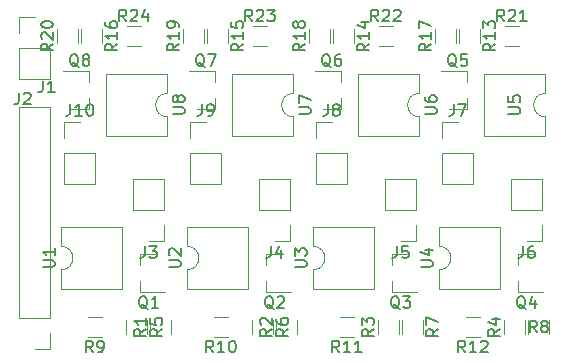
<source format=gbr>
G04 #@! TF.FileFunction,Legend,Top*
%FSLAX46Y46*%
G04 Gerber Fmt 4.6, Leading zero omitted, Abs format (unit mm)*
G04 Created by KiCad (PCBNEW 4.0.7) date 10/27/18 14:09:12*
%MOMM*%
%LPD*%
G01*
G04 APERTURE LIST*
%ADD10C,0.100000*%
%ADD11C,0.120000*%
%ADD12C,0.150000*%
G04 APERTURE END LIST*
D10*
D11*
X122622000Y-120202000D02*
X125282000Y-120202000D01*
X122622000Y-117602000D02*
X122622000Y-120202000D01*
X125282000Y-117602000D02*
X125282000Y-120202000D01*
X122622000Y-117602000D02*
X125282000Y-117602000D01*
X122622000Y-116332000D02*
X122622000Y-115002000D01*
X122622000Y-115002000D02*
X123952000Y-115002000D01*
X125282000Y-122622000D02*
X122622000Y-122622000D01*
X125282000Y-140462000D02*
X125282000Y-122622000D01*
X122622000Y-140462000D02*
X122622000Y-122622000D01*
X125282000Y-140462000D02*
X122622000Y-140462000D01*
X125282000Y-141732000D02*
X125282000Y-143062000D01*
X125282000Y-143062000D02*
X123952000Y-143062000D01*
X134934000Y-128718000D02*
X132274000Y-128718000D01*
X134934000Y-131318000D02*
X134934000Y-128718000D01*
X132274000Y-131318000D02*
X132274000Y-128718000D01*
X134934000Y-131318000D02*
X132274000Y-131318000D01*
X134934000Y-132588000D02*
X134934000Y-133918000D01*
X134934000Y-133918000D02*
X133604000Y-133918000D01*
X145602000Y-128718000D02*
X142942000Y-128718000D01*
X145602000Y-131318000D02*
X145602000Y-128718000D01*
X142942000Y-131318000D02*
X142942000Y-128718000D01*
X145602000Y-131318000D02*
X142942000Y-131318000D01*
X145602000Y-132588000D02*
X145602000Y-133918000D01*
X145602000Y-133918000D02*
X144272000Y-133918000D01*
X156270000Y-128718000D02*
X153610000Y-128718000D01*
X156270000Y-131318000D02*
X156270000Y-128718000D01*
X153610000Y-131318000D02*
X153610000Y-128718000D01*
X156270000Y-131318000D02*
X153610000Y-131318000D01*
X156270000Y-132588000D02*
X156270000Y-133918000D01*
X156270000Y-133918000D02*
X154940000Y-133918000D01*
X166938000Y-128718000D02*
X164278000Y-128718000D01*
X166938000Y-131318000D02*
X166938000Y-128718000D01*
X164278000Y-131318000D02*
X164278000Y-128718000D01*
X166938000Y-131318000D02*
X164278000Y-131318000D01*
X166938000Y-132588000D02*
X166938000Y-133918000D01*
X166938000Y-133918000D02*
X165608000Y-133918000D01*
X158436000Y-129092000D02*
X161096000Y-129092000D01*
X158436000Y-126492000D02*
X158436000Y-129092000D01*
X161096000Y-126492000D02*
X161096000Y-129092000D01*
X158436000Y-126492000D02*
X161096000Y-126492000D01*
X158436000Y-125222000D02*
X158436000Y-123892000D01*
X158436000Y-123892000D02*
X159766000Y-123892000D01*
X147768000Y-129092000D02*
X150428000Y-129092000D01*
X147768000Y-126492000D02*
X147768000Y-129092000D01*
X150428000Y-126492000D02*
X150428000Y-129092000D01*
X147768000Y-126492000D02*
X150428000Y-126492000D01*
X147768000Y-125222000D02*
X147768000Y-123892000D01*
X147768000Y-123892000D02*
X149098000Y-123892000D01*
X137100000Y-129092000D02*
X139760000Y-129092000D01*
X137100000Y-126492000D02*
X137100000Y-129092000D01*
X139760000Y-126492000D02*
X139760000Y-129092000D01*
X137100000Y-126492000D02*
X139760000Y-126492000D01*
X137100000Y-125222000D02*
X137100000Y-123892000D01*
X137100000Y-123892000D02*
X138430000Y-123892000D01*
X126432000Y-129092000D02*
X129092000Y-129092000D01*
X126432000Y-126492000D02*
X126432000Y-129092000D01*
X129092000Y-126492000D02*
X129092000Y-129092000D01*
X126432000Y-126492000D02*
X129092000Y-126492000D01*
X126432000Y-125222000D02*
X126432000Y-123892000D01*
X126432000Y-123892000D02*
X127762000Y-123892000D01*
X132844000Y-135072000D02*
X132844000Y-136002000D01*
X132844000Y-138232000D02*
X132844000Y-137302000D01*
X132844000Y-138232000D02*
X135004000Y-138232000D01*
X132844000Y-135072000D02*
X134304000Y-135072000D01*
X143512000Y-135072000D02*
X143512000Y-136002000D01*
X143512000Y-138232000D02*
X143512000Y-137302000D01*
X143512000Y-138232000D02*
X145672000Y-138232000D01*
X143512000Y-135072000D02*
X144972000Y-135072000D01*
X154180000Y-135072000D02*
X154180000Y-136002000D01*
X154180000Y-138232000D02*
X154180000Y-137302000D01*
X154180000Y-138232000D02*
X156340000Y-138232000D01*
X154180000Y-135072000D02*
X155640000Y-135072000D01*
X164848000Y-135072000D02*
X164848000Y-136002000D01*
X164848000Y-138232000D02*
X164848000Y-137302000D01*
X164848000Y-138232000D02*
X167008000Y-138232000D01*
X164848000Y-135072000D02*
X166308000Y-135072000D01*
X160526000Y-122738000D02*
X160526000Y-121808000D01*
X160526000Y-119578000D02*
X160526000Y-120508000D01*
X160526000Y-119578000D02*
X158366000Y-119578000D01*
X160526000Y-122738000D02*
X159066000Y-122738000D01*
X149858000Y-122738000D02*
X149858000Y-121808000D01*
X149858000Y-119578000D02*
X149858000Y-120508000D01*
X149858000Y-119578000D02*
X147698000Y-119578000D01*
X149858000Y-122738000D02*
X148398000Y-122738000D01*
X139190000Y-122738000D02*
X139190000Y-121808000D01*
X139190000Y-119578000D02*
X139190000Y-120508000D01*
X139190000Y-119578000D02*
X137030000Y-119578000D01*
X139190000Y-122738000D02*
X137730000Y-122738000D01*
X128522000Y-122738000D02*
X128522000Y-121808000D01*
X128522000Y-119578000D02*
X128522000Y-120508000D01*
X128522000Y-119578000D02*
X126362000Y-119578000D01*
X128522000Y-122738000D02*
X127062000Y-122738000D01*
X135500000Y-140624000D02*
X135500000Y-141824000D01*
X133740000Y-141824000D02*
X133740000Y-140624000D01*
X146168000Y-140624000D02*
X146168000Y-141824000D01*
X144408000Y-141824000D02*
X144408000Y-140624000D01*
X154804000Y-140624000D02*
X154804000Y-141824000D01*
X153044000Y-141824000D02*
X153044000Y-140624000D01*
X165472000Y-140624000D02*
X165472000Y-141824000D01*
X163712000Y-141824000D02*
X163712000Y-140624000D01*
X131708000Y-141824000D02*
X131708000Y-140624000D01*
X133468000Y-140624000D02*
X133468000Y-141824000D01*
X142376000Y-141824000D02*
X142376000Y-140624000D01*
X144136000Y-140624000D02*
X144136000Y-141824000D01*
X155076000Y-141824000D02*
X155076000Y-140624000D01*
X156836000Y-140624000D02*
X156836000Y-141824000D01*
X165744000Y-141824000D02*
X165744000Y-140624000D01*
X167504000Y-140624000D02*
X167504000Y-141824000D01*
X128432000Y-140344000D02*
X129632000Y-140344000D01*
X129632000Y-142104000D02*
X128432000Y-142104000D01*
X139100000Y-140344000D02*
X140300000Y-140344000D01*
X140300000Y-142104000D02*
X139100000Y-142104000D01*
X149768000Y-140344000D02*
X150968000Y-140344000D01*
X150968000Y-142104000D02*
X149768000Y-142104000D01*
X160436000Y-140344000D02*
X161636000Y-140344000D01*
X161636000Y-142104000D02*
X160436000Y-142104000D01*
X159902000Y-117186000D02*
X159902000Y-115986000D01*
X161662000Y-115986000D02*
X161662000Y-117186000D01*
X149234000Y-117186000D02*
X149234000Y-115986000D01*
X150994000Y-115986000D02*
X150994000Y-117186000D01*
X138566000Y-117186000D02*
X138566000Y-115986000D01*
X140326000Y-115986000D02*
X140326000Y-117186000D01*
X127898000Y-117186000D02*
X127898000Y-115986000D01*
X129658000Y-115986000D02*
X129658000Y-117186000D01*
X159630000Y-115986000D02*
X159630000Y-117186000D01*
X157870000Y-117186000D02*
X157870000Y-115986000D01*
X148962000Y-115986000D02*
X148962000Y-117186000D01*
X147202000Y-117186000D02*
X147202000Y-115986000D01*
X138294000Y-115986000D02*
X138294000Y-117186000D01*
X136534000Y-117186000D02*
X136534000Y-115986000D01*
X127626000Y-115986000D02*
X127626000Y-117186000D01*
X125866000Y-117186000D02*
X125866000Y-115986000D01*
X164938000Y-117466000D02*
X163738000Y-117466000D01*
X163738000Y-115706000D02*
X164938000Y-115706000D01*
X154270000Y-117466000D02*
X153070000Y-117466000D01*
X153070000Y-115706000D02*
X154270000Y-115706000D01*
X143602000Y-117466000D02*
X142402000Y-117466000D01*
X142402000Y-115706000D02*
X143602000Y-115706000D01*
X132934000Y-117466000D02*
X131734000Y-117466000D01*
X131734000Y-115706000D02*
X132934000Y-115706000D01*
X126178000Y-134382000D02*
G75*
G02X126178000Y-136382000I0J-1000000D01*
G01*
X126178000Y-136382000D02*
X126178000Y-138032000D01*
X126178000Y-138032000D02*
X131378000Y-138032000D01*
X131378000Y-138032000D02*
X131378000Y-132732000D01*
X131378000Y-132732000D02*
X126178000Y-132732000D01*
X126178000Y-132732000D02*
X126178000Y-134382000D01*
X136846000Y-134382000D02*
G75*
G02X136846000Y-136382000I0J-1000000D01*
G01*
X136846000Y-136382000D02*
X136846000Y-138032000D01*
X136846000Y-138032000D02*
X142046000Y-138032000D01*
X142046000Y-138032000D02*
X142046000Y-132732000D01*
X142046000Y-132732000D02*
X136846000Y-132732000D01*
X136846000Y-132732000D02*
X136846000Y-134382000D01*
X147514000Y-134382000D02*
G75*
G02X147514000Y-136382000I0J-1000000D01*
G01*
X147514000Y-136382000D02*
X147514000Y-138032000D01*
X147514000Y-138032000D02*
X152714000Y-138032000D01*
X152714000Y-138032000D02*
X152714000Y-132732000D01*
X152714000Y-132732000D02*
X147514000Y-132732000D01*
X147514000Y-132732000D02*
X147514000Y-134382000D01*
X158182000Y-134382000D02*
G75*
G02X158182000Y-136382000I0J-1000000D01*
G01*
X158182000Y-136382000D02*
X158182000Y-138032000D01*
X158182000Y-138032000D02*
X163382000Y-138032000D01*
X163382000Y-138032000D02*
X163382000Y-132732000D01*
X163382000Y-132732000D02*
X158182000Y-132732000D01*
X158182000Y-132732000D02*
X158182000Y-134382000D01*
X167192000Y-123428000D02*
G75*
G02X167192000Y-121428000I0J1000000D01*
G01*
X167192000Y-121428000D02*
X167192000Y-119778000D01*
X167192000Y-119778000D02*
X161992000Y-119778000D01*
X161992000Y-119778000D02*
X161992000Y-125078000D01*
X161992000Y-125078000D02*
X167192000Y-125078000D01*
X167192000Y-125078000D02*
X167192000Y-123428000D01*
X156524000Y-123428000D02*
G75*
G02X156524000Y-121428000I0J1000000D01*
G01*
X156524000Y-121428000D02*
X156524000Y-119778000D01*
X156524000Y-119778000D02*
X151324000Y-119778000D01*
X151324000Y-119778000D02*
X151324000Y-125078000D01*
X151324000Y-125078000D02*
X156524000Y-125078000D01*
X156524000Y-125078000D02*
X156524000Y-123428000D01*
X145856000Y-123428000D02*
G75*
G02X145856000Y-121428000I0J1000000D01*
G01*
X145856000Y-121428000D02*
X145856000Y-119778000D01*
X145856000Y-119778000D02*
X140656000Y-119778000D01*
X140656000Y-119778000D02*
X140656000Y-125078000D01*
X140656000Y-125078000D02*
X145856000Y-125078000D01*
X145856000Y-125078000D02*
X145856000Y-123428000D01*
X135188000Y-123428000D02*
G75*
G02X135188000Y-121428000I0J1000000D01*
G01*
X135188000Y-121428000D02*
X135188000Y-119778000D01*
X135188000Y-119778000D02*
X129988000Y-119778000D01*
X129988000Y-119778000D02*
X129988000Y-125078000D01*
X129988000Y-125078000D02*
X135188000Y-125078000D01*
X135188000Y-125078000D02*
X135188000Y-123428000D01*
D12*
X124634667Y-120356381D02*
X124634667Y-121070667D01*
X124587047Y-121213524D01*
X124491809Y-121308762D01*
X124348952Y-121356381D01*
X124253714Y-121356381D01*
X125634667Y-121356381D02*
X125063238Y-121356381D01*
X125348952Y-121356381D02*
X125348952Y-120356381D01*
X125253714Y-120499238D01*
X125158476Y-120594476D01*
X125063238Y-120642095D01*
X122602667Y-121372381D02*
X122602667Y-122086667D01*
X122555047Y-122229524D01*
X122459809Y-122324762D01*
X122316952Y-122372381D01*
X122221714Y-122372381D01*
X123031238Y-121467619D02*
X123078857Y-121420000D01*
X123174095Y-121372381D01*
X123412191Y-121372381D01*
X123507429Y-121420000D01*
X123555048Y-121467619D01*
X123602667Y-121562857D01*
X123602667Y-121658095D01*
X123555048Y-121800952D01*
X122983619Y-122372381D01*
X123602667Y-122372381D01*
X133270667Y-134370381D02*
X133270667Y-135084667D01*
X133223047Y-135227524D01*
X133127809Y-135322762D01*
X132984952Y-135370381D01*
X132889714Y-135370381D01*
X133651619Y-134370381D02*
X134270667Y-134370381D01*
X133937333Y-134751333D01*
X134080191Y-134751333D01*
X134175429Y-134798952D01*
X134223048Y-134846571D01*
X134270667Y-134941810D01*
X134270667Y-135179905D01*
X134223048Y-135275143D01*
X134175429Y-135322762D01*
X134080191Y-135370381D01*
X133794476Y-135370381D01*
X133699238Y-135322762D01*
X133651619Y-135275143D01*
X143938667Y-134370381D02*
X143938667Y-135084667D01*
X143891047Y-135227524D01*
X143795809Y-135322762D01*
X143652952Y-135370381D01*
X143557714Y-135370381D01*
X144843429Y-134703714D02*
X144843429Y-135370381D01*
X144605333Y-134322762D02*
X144367238Y-135037048D01*
X144986286Y-135037048D01*
X154606667Y-134370381D02*
X154606667Y-135084667D01*
X154559047Y-135227524D01*
X154463809Y-135322762D01*
X154320952Y-135370381D01*
X154225714Y-135370381D01*
X155559048Y-134370381D02*
X155082857Y-134370381D01*
X155035238Y-134846571D01*
X155082857Y-134798952D01*
X155178095Y-134751333D01*
X155416191Y-134751333D01*
X155511429Y-134798952D01*
X155559048Y-134846571D01*
X155606667Y-134941810D01*
X155606667Y-135179905D01*
X155559048Y-135275143D01*
X155511429Y-135322762D01*
X155416191Y-135370381D01*
X155178095Y-135370381D01*
X155082857Y-135322762D01*
X155035238Y-135275143D01*
X165274667Y-134370381D02*
X165274667Y-135084667D01*
X165227047Y-135227524D01*
X165131809Y-135322762D01*
X164988952Y-135370381D01*
X164893714Y-135370381D01*
X166179429Y-134370381D02*
X165988952Y-134370381D01*
X165893714Y-134418000D01*
X165846095Y-134465619D01*
X165750857Y-134608476D01*
X165703238Y-134798952D01*
X165703238Y-135179905D01*
X165750857Y-135275143D01*
X165798476Y-135322762D01*
X165893714Y-135370381D01*
X166084191Y-135370381D01*
X166179429Y-135322762D01*
X166227048Y-135275143D01*
X166274667Y-135179905D01*
X166274667Y-134941810D01*
X166227048Y-134846571D01*
X166179429Y-134798952D01*
X166084191Y-134751333D01*
X165893714Y-134751333D01*
X165798476Y-134798952D01*
X165750857Y-134846571D01*
X165703238Y-134941810D01*
X159432667Y-122344381D02*
X159432667Y-123058667D01*
X159385047Y-123201524D01*
X159289809Y-123296762D01*
X159146952Y-123344381D01*
X159051714Y-123344381D01*
X159813619Y-122344381D02*
X160480286Y-122344381D01*
X160051714Y-123344381D01*
X148764667Y-122344381D02*
X148764667Y-123058667D01*
X148717047Y-123201524D01*
X148621809Y-123296762D01*
X148478952Y-123344381D01*
X148383714Y-123344381D01*
X149383714Y-122772952D02*
X149288476Y-122725333D01*
X149240857Y-122677714D01*
X149193238Y-122582476D01*
X149193238Y-122534857D01*
X149240857Y-122439619D01*
X149288476Y-122392000D01*
X149383714Y-122344381D01*
X149574191Y-122344381D01*
X149669429Y-122392000D01*
X149717048Y-122439619D01*
X149764667Y-122534857D01*
X149764667Y-122582476D01*
X149717048Y-122677714D01*
X149669429Y-122725333D01*
X149574191Y-122772952D01*
X149383714Y-122772952D01*
X149288476Y-122820571D01*
X149240857Y-122868190D01*
X149193238Y-122963429D01*
X149193238Y-123153905D01*
X149240857Y-123249143D01*
X149288476Y-123296762D01*
X149383714Y-123344381D01*
X149574191Y-123344381D01*
X149669429Y-123296762D01*
X149717048Y-123249143D01*
X149764667Y-123153905D01*
X149764667Y-122963429D01*
X149717048Y-122868190D01*
X149669429Y-122820571D01*
X149574191Y-122772952D01*
X138096667Y-122344381D02*
X138096667Y-123058667D01*
X138049047Y-123201524D01*
X137953809Y-123296762D01*
X137810952Y-123344381D01*
X137715714Y-123344381D01*
X138620476Y-123344381D02*
X138810952Y-123344381D01*
X138906191Y-123296762D01*
X138953810Y-123249143D01*
X139049048Y-123106286D01*
X139096667Y-122915810D01*
X139096667Y-122534857D01*
X139049048Y-122439619D01*
X139001429Y-122392000D01*
X138906191Y-122344381D01*
X138715714Y-122344381D01*
X138620476Y-122392000D01*
X138572857Y-122439619D01*
X138525238Y-122534857D01*
X138525238Y-122772952D01*
X138572857Y-122868190D01*
X138620476Y-122915810D01*
X138715714Y-122963429D01*
X138906191Y-122963429D01*
X139001429Y-122915810D01*
X139049048Y-122868190D01*
X139096667Y-122772952D01*
X126952477Y-122344381D02*
X126952477Y-123058667D01*
X126904857Y-123201524D01*
X126809619Y-123296762D01*
X126666762Y-123344381D01*
X126571524Y-123344381D01*
X127952477Y-123344381D02*
X127381048Y-123344381D01*
X127666762Y-123344381D02*
X127666762Y-122344381D01*
X127571524Y-122487238D01*
X127476286Y-122582476D01*
X127381048Y-122630095D01*
X128571524Y-122344381D02*
X128666763Y-122344381D01*
X128762001Y-122392000D01*
X128809620Y-122439619D01*
X128857239Y-122534857D01*
X128904858Y-122725333D01*
X128904858Y-122963429D01*
X128857239Y-123153905D01*
X128809620Y-123249143D01*
X128762001Y-123296762D01*
X128666763Y-123344381D01*
X128571524Y-123344381D01*
X128476286Y-123296762D01*
X128428667Y-123249143D01*
X128381048Y-123153905D01*
X128333429Y-122963429D01*
X128333429Y-122725333D01*
X128381048Y-122534857D01*
X128428667Y-122439619D01*
X128476286Y-122392000D01*
X128571524Y-122344381D01*
X133508762Y-139699619D02*
X133413524Y-139652000D01*
X133318286Y-139556762D01*
X133175429Y-139413905D01*
X133080190Y-139366286D01*
X132984952Y-139366286D01*
X133032571Y-139604381D02*
X132937333Y-139556762D01*
X132842095Y-139461524D01*
X132794476Y-139271048D01*
X132794476Y-138937714D01*
X132842095Y-138747238D01*
X132937333Y-138652000D01*
X133032571Y-138604381D01*
X133223048Y-138604381D01*
X133318286Y-138652000D01*
X133413524Y-138747238D01*
X133461143Y-138937714D01*
X133461143Y-139271048D01*
X133413524Y-139461524D01*
X133318286Y-139556762D01*
X133223048Y-139604381D01*
X133032571Y-139604381D01*
X134413524Y-139604381D02*
X133842095Y-139604381D01*
X134127809Y-139604381D02*
X134127809Y-138604381D01*
X134032571Y-138747238D01*
X133937333Y-138842476D01*
X133842095Y-138890095D01*
X144176762Y-139699619D02*
X144081524Y-139652000D01*
X143986286Y-139556762D01*
X143843429Y-139413905D01*
X143748190Y-139366286D01*
X143652952Y-139366286D01*
X143700571Y-139604381D02*
X143605333Y-139556762D01*
X143510095Y-139461524D01*
X143462476Y-139271048D01*
X143462476Y-138937714D01*
X143510095Y-138747238D01*
X143605333Y-138652000D01*
X143700571Y-138604381D01*
X143891048Y-138604381D01*
X143986286Y-138652000D01*
X144081524Y-138747238D01*
X144129143Y-138937714D01*
X144129143Y-139271048D01*
X144081524Y-139461524D01*
X143986286Y-139556762D01*
X143891048Y-139604381D01*
X143700571Y-139604381D01*
X144510095Y-138699619D02*
X144557714Y-138652000D01*
X144652952Y-138604381D01*
X144891048Y-138604381D01*
X144986286Y-138652000D01*
X145033905Y-138699619D01*
X145081524Y-138794857D01*
X145081524Y-138890095D01*
X145033905Y-139032952D01*
X144462476Y-139604381D01*
X145081524Y-139604381D01*
X154844762Y-139699619D02*
X154749524Y-139652000D01*
X154654286Y-139556762D01*
X154511429Y-139413905D01*
X154416190Y-139366286D01*
X154320952Y-139366286D01*
X154368571Y-139604381D02*
X154273333Y-139556762D01*
X154178095Y-139461524D01*
X154130476Y-139271048D01*
X154130476Y-138937714D01*
X154178095Y-138747238D01*
X154273333Y-138652000D01*
X154368571Y-138604381D01*
X154559048Y-138604381D01*
X154654286Y-138652000D01*
X154749524Y-138747238D01*
X154797143Y-138937714D01*
X154797143Y-139271048D01*
X154749524Y-139461524D01*
X154654286Y-139556762D01*
X154559048Y-139604381D01*
X154368571Y-139604381D01*
X155130476Y-138604381D02*
X155749524Y-138604381D01*
X155416190Y-138985333D01*
X155559048Y-138985333D01*
X155654286Y-139032952D01*
X155701905Y-139080571D01*
X155749524Y-139175810D01*
X155749524Y-139413905D01*
X155701905Y-139509143D01*
X155654286Y-139556762D01*
X155559048Y-139604381D01*
X155273333Y-139604381D01*
X155178095Y-139556762D01*
X155130476Y-139509143D01*
X165512762Y-139699619D02*
X165417524Y-139652000D01*
X165322286Y-139556762D01*
X165179429Y-139413905D01*
X165084190Y-139366286D01*
X164988952Y-139366286D01*
X165036571Y-139604381D02*
X164941333Y-139556762D01*
X164846095Y-139461524D01*
X164798476Y-139271048D01*
X164798476Y-138937714D01*
X164846095Y-138747238D01*
X164941333Y-138652000D01*
X165036571Y-138604381D01*
X165227048Y-138604381D01*
X165322286Y-138652000D01*
X165417524Y-138747238D01*
X165465143Y-138937714D01*
X165465143Y-139271048D01*
X165417524Y-139461524D01*
X165322286Y-139556762D01*
X165227048Y-139604381D01*
X165036571Y-139604381D01*
X166322286Y-138937714D02*
X166322286Y-139604381D01*
X166084190Y-138556762D02*
X165846095Y-139271048D01*
X166465143Y-139271048D01*
X159670762Y-119205619D02*
X159575524Y-119158000D01*
X159480286Y-119062762D01*
X159337429Y-118919905D01*
X159242190Y-118872286D01*
X159146952Y-118872286D01*
X159194571Y-119110381D02*
X159099333Y-119062762D01*
X159004095Y-118967524D01*
X158956476Y-118777048D01*
X158956476Y-118443714D01*
X159004095Y-118253238D01*
X159099333Y-118158000D01*
X159194571Y-118110381D01*
X159385048Y-118110381D01*
X159480286Y-118158000D01*
X159575524Y-118253238D01*
X159623143Y-118443714D01*
X159623143Y-118777048D01*
X159575524Y-118967524D01*
X159480286Y-119062762D01*
X159385048Y-119110381D01*
X159194571Y-119110381D01*
X160527905Y-118110381D02*
X160051714Y-118110381D01*
X160004095Y-118586571D01*
X160051714Y-118538952D01*
X160146952Y-118491333D01*
X160385048Y-118491333D01*
X160480286Y-118538952D01*
X160527905Y-118586571D01*
X160575524Y-118681810D01*
X160575524Y-118919905D01*
X160527905Y-119015143D01*
X160480286Y-119062762D01*
X160385048Y-119110381D01*
X160146952Y-119110381D01*
X160051714Y-119062762D01*
X160004095Y-119015143D01*
X149002762Y-119205619D02*
X148907524Y-119158000D01*
X148812286Y-119062762D01*
X148669429Y-118919905D01*
X148574190Y-118872286D01*
X148478952Y-118872286D01*
X148526571Y-119110381D02*
X148431333Y-119062762D01*
X148336095Y-118967524D01*
X148288476Y-118777048D01*
X148288476Y-118443714D01*
X148336095Y-118253238D01*
X148431333Y-118158000D01*
X148526571Y-118110381D01*
X148717048Y-118110381D01*
X148812286Y-118158000D01*
X148907524Y-118253238D01*
X148955143Y-118443714D01*
X148955143Y-118777048D01*
X148907524Y-118967524D01*
X148812286Y-119062762D01*
X148717048Y-119110381D01*
X148526571Y-119110381D01*
X149812286Y-118110381D02*
X149621809Y-118110381D01*
X149526571Y-118158000D01*
X149478952Y-118205619D01*
X149383714Y-118348476D01*
X149336095Y-118538952D01*
X149336095Y-118919905D01*
X149383714Y-119015143D01*
X149431333Y-119062762D01*
X149526571Y-119110381D01*
X149717048Y-119110381D01*
X149812286Y-119062762D01*
X149859905Y-119015143D01*
X149907524Y-118919905D01*
X149907524Y-118681810D01*
X149859905Y-118586571D01*
X149812286Y-118538952D01*
X149717048Y-118491333D01*
X149526571Y-118491333D01*
X149431333Y-118538952D01*
X149383714Y-118586571D01*
X149336095Y-118681810D01*
X138334762Y-119205619D02*
X138239524Y-119158000D01*
X138144286Y-119062762D01*
X138001429Y-118919905D01*
X137906190Y-118872286D01*
X137810952Y-118872286D01*
X137858571Y-119110381D02*
X137763333Y-119062762D01*
X137668095Y-118967524D01*
X137620476Y-118777048D01*
X137620476Y-118443714D01*
X137668095Y-118253238D01*
X137763333Y-118158000D01*
X137858571Y-118110381D01*
X138049048Y-118110381D01*
X138144286Y-118158000D01*
X138239524Y-118253238D01*
X138287143Y-118443714D01*
X138287143Y-118777048D01*
X138239524Y-118967524D01*
X138144286Y-119062762D01*
X138049048Y-119110381D01*
X137858571Y-119110381D01*
X138620476Y-118110381D02*
X139287143Y-118110381D01*
X138858571Y-119110381D01*
X127666762Y-119205619D02*
X127571524Y-119158000D01*
X127476286Y-119062762D01*
X127333429Y-118919905D01*
X127238190Y-118872286D01*
X127142952Y-118872286D01*
X127190571Y-119110381D02*
X127095333Y-119062762D01*
X127000095Y-118967524D01*
X126952476Y-118777048D01*
X126952476Y-118443714D01*
X127000095Y-118253238D01*
X127095333Y-118158000D01*
X127190571Y-118110381D01*
X127381048Y-118110381D01*
X127476286Y-118158000D01*
X127571524Y-118253238D01*
X127619143Y-118443714D01*
X127619143Y-118777048D01*
X127571524Y-118967524D01*
X127476286Y-119062762D01*
X127381048Y-119110381D01*
X127190571Y-119110381D01*
X128190571Y-118538952D02*
X128095333Y-118491333D01*
X128047714Y-118443714D01*
X128000095Y-118348476D01*
X128000095Y-118300857D01*
X128047714Y-118205619D01*
X128095333Y-118158000D01*
X128190571Y-118110381D01*
X128381048Y-118110381D01*
X128476286Y-118158000D01*
X128523905Y-118205619D01*
X128571524Y-118300857D01*
X128571524Y-118348476D01*
X128523905Y-118443714D01*
X128476286Y-118491333D01*
X128381048Y-118538952D01*
X128190571Y-118538952D01*
X128095333Y-118586571D01*
X128047714Y-118634190D01*
X128000095Y-118729429D01*
X128000095Y-118919905D01*
X128047714Y-119015143D01*
X128095333Y-119062762D01*
X128190571Y-119110381D01*
X128381048Y-119110381D01*
X128476286Y-119062762D01*
X128523905Y-119015143D01*
X128571524Y-118919905D01*
X128571524Y-118729429D01*
X128523905Y-118634190D01*
X128476286Y-118586571D01*
X128381048Y-118538952D01*
X133372381Y-141390666D02*
X132896190Y-141724000D01*
X133372381Y-141962095D02*
X132372381Y-141962095D01*
X132372381Y-141581142D01*
X132420000Y-141485904D01*
X132467619Y-141438285D01*
X132562857Y-141390666D01*
X132705714Y-141390666D01*
X132800952Y-141438285D01*
X132848571Y-141485904D01*
X132896190Y-141581142D01*
X132896190Y-141962095D01*
X133372381Y-140438285D02*
X133372381Y-141009714D01*
X133372381Y-140724000D02*
X132372381Y-140724000D01*
X132515238Y-140819238D01*
X132610476Y-140914476D01*
X132658095Y-141009714D01*
X144040381Y-141390666D02*
X143564190Y-141724000D01*
X144040381Y-141962095D02*
X143040381Y-141962095D01*
X143040381Y-141581142D01*
X143088000Y-141485904D01*
X143135619Y-141438285D01*
X143230857Y-141390666D01*
X143373714Y-141390666D01*
X143468952Y-141438285D01*
X143516571Y-141485904D01*
X143564190Y-141581142D01*
X143564190Y-141962095D01*
X143135619Y-141009714D02*
X143088000Y-140962095D01*
X143040381Y-140866857D01*
X143040381Y-140628761D01*
X143088000Y-140533523D01*
X143135619Y-140485904D01*
X143230857Y-140438285D01*
X143326095Y-140438285D01*
X143468952Y-140485904D01*
X144040381Y-141057333D01*
X144040381Y-140438285D01*
X152676381Y-141390666D02*
X152200190Y-141724000D01*
X152676381Y-141962095D02*
X151676381Y-141962095D01*
X151676381Y-141581142D01*
X151724000Y-141485904D01*
X151771619Y-141438285D01*
X151866857Y-141390666D01*
X152009714Y-141390666D01*
X152104952Y-141438285D01*
X152152571Y-141485904D01*
X152200190Y-141581142D01*
X152200190Y-141962095D01*
X151676381Y-141057333D02*
X151676381Y-140438285D01*
X152057333Y-140771619D01*
X152057333Y-140628761D01*
X152104952Y-140533523D01*
X152152571Y-140485904D01*
X152247810Y-140438285D01*
X152485905Y-140438285D01*
X152581143Y-140485904D01*
X152628762Y-140533523D01*
X152676381Y-140628761D01*
X152676381Y-140914476D01*
X152628762Y-141009714D01*
X152581143Y-141057333D01*
X163344381Y-141390666D02*
X162868190Y-141724000D01*
X163344381Y-141962095D02*
X162344381Y-141962095D01*
X162344381Y-141581142D01*
X162392000Y-141485904D01*
X162439619Y-141438285D01*
X162534857Y-141390666D01*
X162677714Y-141390666D01*
X162772952Y-141438285D01*
X162820571Y-141485904D01*
X162868190Y-141581142D01*
X162868190Y-141962095D01*
X162677714Y-140533523D02*
X163344381Y-140533523D01*
X162296762Y-140771619D02*
X163011048Y-141009714D01*
X163011048Y-140390666D01*
X134740381Y-141390666D02*
X134264190Y-141724000D01*
X134740381Y-141962095D02*
X133740381Y-141962095D01*
X133740381Y-141581142D01*
X133788000Y-141485904D01*
X133835619Y-141438285D01*
X133930857Y-141390666D01*
X134073714Y-141390666D01*
X134168952Y-141438285D01*
X134216571Y-141485904D01*
X134264190Y-141581142D01*
X134264190Y-141962095D01*
X133740381Y-140485904D02*
X133740381Y-140962095D01*
X134216571Y-141009714D01*
X134168952Y-140962095D01*
X134121333Y-140866857D01*
X134121333Y-140628761D01*
X134168952Y-140533523D01*
X134216571Y-140485904D01*
X134311810Y-140438285D01*
X134549905Y-140438285D01*
X134645143Y-140485904D01*
X134692762Y-140533523D01*
X134740381Y-140628761D01*
X134740381Y-140866857D01*
X134692762Y-140962095D01*
X134645143Y-141009714D01*
X145408381Y-141390666D02*
X144932190Y-141724000D01*
X145408381Y-141962095D02*
X144408381Y-141962095D01*
X144408381Y-141581142D01*
X144456000Y-141485904D01*
X144503619Y-141438285D01*
X144598857Y-141390666D01*
X144741714Y-141390666D01*
X144836952Y-141438285D01*
X144884571Y-141485904D01*
X144932190Y-141581142D01*
X144932190Y-141962095D01*
X144408381Y-140533523D02*
X144408381Y-140724000D01*
X144456000Y-140819238D01*
X144503619Y-140866857D01*
X144646476Y-140962095D01*
X144836952Y-141009714D01*
X145217905Y-141009714D01*
X145313143Y-140962095D01*
X145360762Y-140914476D01*
X145408381Y-140819238D01*
X145408381Y-140628761D01*
X145360762Y-140533523D01*
X145313143Y-140485904D01*
X145217905Y-140438285D01*
X144979810Y-140438285D01*
X144884571Y-140485904D01*
X144836952Y-140533523D01*
X144789333Y-140628761D01*
X144789333Y-140819238D01*
X144836952Y-140914476D01*
X144884571Y-140962095D01*
X144979810Y-141009714D01*
X158108381Y-141390666D02*
X157632190Y-141724000D01*
X158108381Y-141962095D02*
X157108381Y-141962095D01*
X157108381Y-141581142D01*
X157156000Y-141485904D01*
X157203619Y-141438285D01*
X157298857Y-141390666D01*
X157441714Y-141390666D01*
X157536952Y-141438285D01*
X157584571Y-141485904D01*
X157632190Y-141581142D01*
X157632190Y-141962095D01*
X157108381Y-141057333D02*
X157108381Y-140390666D01*
X158108381Y-140819238D01*
X166457334Y-141676381D02*
X166124000Y-141200190D01*
X165885905Y-141676381D02*
X165885905Y-140676381D01*
X166266858Y-140676381D01*
X166362096Y-140724000D01*
X166409715Y-140771619D01*
X166457334Y-140866857D01*
X166457334Y-141009714D01*
X166409715Y-141104952D01*
X166362096Y-141152571D01*
X166266858Y-141200190D01*
X165885905Y-141200190D01*
X167028762Y-141104952D02*
X166933524Y-141057333D01*
X166885905Y-141009714D01*
X166838286Y-140914476D01*
X166838286Y-140866857D01*
X166885905Y-140771619D01*
X166933524Y-140724000D01*
X167028762Y-140676381D01*
X167219239Y-140676381D01*
X167314477Y-140724000D01*
X167362096Y-140771619D01*
X167409715Y-140866857D01*
X167409715Y-140914476D01*
X167362096Y-141009714D01*
X167314477Y-141057333D01*
X167219239Y-141104952D01*
X167028762Y-141104952D01*
X166933524Y-141152571D01*
X166885905Y-141200190D01*
X166838286Y-141295429D01*
X166838286Y-141485905D01*
X166885905Y-141581143D01*
X166933524Y-141628762D01*
X167028762Y-141676381D01*
X167219239Y-141676381D01*
X167314477Y-141628762D01*
X167362096Y-141581143D01*
X167409715Y-141485905D01*
X167409715Y-141295429D01*
X167362096Y-141200190D01*
X167314477Y-141152571D01*
X167219239Y-141104952D01*
X128865334Y-143376381D02*
X128532000Y-142900190D01*
X128293905Y-143376381D02*
X128293905Y-142376381D01*
X128674858Y-142376381D01*
X128770096Y-142424000D01*
X128817715Y-142471619D01*
X128865334Y-142566857D01*
X128865334Y-142709714D01*
X128817715Y-142804952D01*
X128770096Y-142852571D01*
X128674858Y-142900190D01*
X128293905Y-142900190D01*
X129341524Y-143376381D02*
X129532000Y-143376381D01*
X129627239Y-143328762D01*
X129674858Y-143281143D01*
X129770096Y-143138286D01*
X129817715Y-142947810D01*
X129817715Y-142566857D01*
X129770096Y-142471619D01*
X129722477Y-142424000D01*
X129627239Y-142376381D01*
X129436762Y-142376381D01*
X129341524Y-142424000D01*
X129293905Y-142471619D01*
X129246286Y-142566857D01*
X129246286Y-142804952D01*
X129293905Y-142900190D01*
X129341524Y-142947810D01*
X129436762Y-142995429D01*
X129627239Y-142995429D01*
X129722477Y-142947810D01*
X129770096Y-142900190D01*
X129817715Y-142804952D01*
X139057143Y-143376381D02*
X138723809Y-142900190D01*
X138485714Y-143376381D02*
X138485714Y-142376381D01*
X138866667Y-142376381D01*
X138961905Y-142424000D01*
X139009524Y-142471619D01*
X139057143Y-142566857D01*
X139057143Y-142709714D01*
X139009524Y-142804952D01*
X138961905Y-142852571D01*
X138866667Y-142900190D01*
X138485714Y-142900190D01*
X140009524Y-143376381D02*
X139438095Y-143376381D01*
X139723809Y-143376381D02*
X139723809Y-142376381D01*
X139628571Y-142519238D01*
X139533333Y-142614476D01*
X139438095Y-142662095D01*
X140628571Y-142376381D02*
X140723810Y-142376381D01*
X140819048Y-142424000D01*
X140866667Y-142471619D01*
X140914286Y-142566857D01*
X140961905Y-142757333D01*
X140961905Y-142995429D01*
X140914286Y-143185905D01*
X140866667Y-143281143D01*
X140819048Y-143328762D01*
X140723810Y-143376381D01*
X140628571Y-143376381D01*
X140533333Y-143328762D01*
X140485714Y-143281143D01*
X140438095Y-143185905D01*
X140390476Y-142995429D01*
X140390476Y-142757333D01*
X140438095Y-142566857D01*
X140485714Y-142471619D01*
X140533333Y-142424000D01*
X140628571Y-142376381D01*
X149725143Y-143376381D02*
X149391809Y-142900190D01*
X149153714Y-143376381D02*
X149153714Y-142376381D01*
X149534667Y-142376381D01*
X149629905Y-142424000D01*
X149677524Y-142471619D01*
X149725143Y-142566857D01*
X149725143Y-142709714D01*
X149677524Y-142804952D01*
X149629905Y-142852571D01*
X149534667Y-142900190D01*
X149153714Y-142900190D01*
X150677524Y-143376381D02*
X150106095Y-143376381D01*
X150391809Y-143376381D02*
X150391809Y-142376381D01*
X150296571Y-142519238D01*
X150201333Y-142614476D01*
X150106095Y-142662095D01*
X151629905Y-143376381D02*
X151058476Y-143376381D01*
X151344190Y-143376381D02*
X151344190Y-142376381D01*
X151248952Y-142519238D01*
X151153714Y-142614476D01*
X151058476Y-142662095D01*
X160393143Y-143376381D02*
X160059809Y-142900190D01*
X159821714Y-143376381D02*
X159821714Y-142376381D01*
X160202667Y-142376381D01*
X160297905Y-142424000D01*
X160345524Y-142471619D01*
X160393143Y-142566857D01*
X160393143Y-142709714D01*
X160345524Y-142804952D01*
X160297905Y-142852571D01*
X160202667Y-142900190D01*
X159821714Y-142900190D01*
X161345524Y-143376381D02*
X160774095Y-143376381D01*
X161059809Y-143376381D02*
X161059809Y-142376381D01*
X160964571Y-142519238D01*
X160869333Y-142614476D01*
X160774095Y-142662095D01*
X161726476Y-142471619D02*
X161774095Y-142424000D01*
X161869333Y-142376381D01*
X162107429Y-142376381D01*
X162202667Y-142424000D01*
X162250286Y-142471619D01*
X162297905Y-142566857D01*
X162297905Y-142662095D01*
X162250286Y-142804952D01*
X161678857Y-143376381D01*
X162297905Y-143376381D01*
X162934381Y-117228857D02*
X162458190Y-117562191D01*
X162934381Y-117800286D02*
X161934381Y-117800286D01*
X161934381Y-117419333D01*
X161982000Y-117324095D01*
X162029619Y-117276476D01*
X162124857Y-117228857D01*
X162267714Y-117228857D01*
X162362952Y-117276476D01*
X162410571Y-117324095D01*
X162458190Y-117419333D01*
X162458190Y-117800286D01*
X162934381Y-116276476D02*
X162934381Y-116847905D01*
X162934381Y-116562191D02*
X161934381Y-116562191D01*
X162077238Y-116657429D01*
X162172476Y-116752667D01*
X162220095Y-116847905D01*
X161934381Y-115943143D02*
X161934381Y-115324095D01*
X162315333Y-115657429D01*
X162315333Y-115514571D01*
X162362952Y-115419333D01*
X162410571Y-115371714D01*
X162505810Y-115324095D01*
X162743905Y-115324095D01*
X162839143Y-115371714D01*
X162886762Y-115419333D01*
X162934381Y-115514571D01*
X162934381Y-115800286D01*
X162886762Y-115895524D01*
X162839143Y-115943143D01*
X152266381Y-117228857D02*
X151790190Y-117562191D01*
X152266381Y-117800286D02*
X151266381Y-117800286D01*
X151266381Y-117419333D01*
X151314000Y-117324095D01*
X151361619Y-117276476D01*
X151456857Y-117228857D01*
X151599714Y-117228857D01*
X151694952Y-117276476D01*
X151742571Y-117324095D01*
X151790190Y-117419333D01*
X151790190Y-117800286D01*
X152266381Y-116276476D02*
X152266381Y-116847905D01*
X152266381Y-116562191D02*
X151266381Y-116562191D01*
X151409238Y-116657429D01*
X151504476Y-116752667D01*
X151552095Y-116847905D01*
X151599714Y-115419333D02*
X152266381Y-115419333D01*
X151218762Y-115657429D02*
X151933048Y-115895524D01*
X151933048Y-115276476D01*
X141598381Y-117228857D02*
X141122190Y-117562191D01*
X141598381Y-117800286D02*
X140598381Y-117800286D01*
X140598381Y-117419333D01*
X140646000Y-117324095D01*
X140693619Y-117276476D01*
X140788857Y-117228857D01*
X140931714Y-117228857D01*
X141026952Y-117276476D01*
X141074571Y-117324095D01*
X141122190Y-117419333D01*
X141122190Y-117800286D01*
X141598381Y-116276476D02*
X141598381Y-116847905D01*
X141598381Y-116562191D02*
X140598381Y-116562191D01*
X140741238Y-116657429D01*
X140836476Y-116752667D01*
X140884095Y-116847905D01*
X140598381Y-115371714D02*
X140598381Y-115847905D01*
X141074571Y-115895524D01*
X141026952Y-115847905D01*
X140979333Y-115752667D01*
X140979333Y-115514571D01*
X141026952Y-115419333D01*
X141074571Y-115371714D01*
X141169810Y-115324095D01*
X141407905Y-115324095D01*
X141503143Y-115371714D01*
X141550762Y-115419333D01*
X141598381Y-115514571D01*
X141598381Y-115752667D01*
X141550762Y-115847905D01*
X141503143Y-115895524D01*
X130930381Y-117228857D02*
X130454190Y-117562191D01*
X130930381Y-117800286D02*
X129930381Y-117800286D01*
X129930381Y-117419333D01*
X129978000Y-117324095D01*
X130025619Y-117276476D01*
X130120857Y-117228857D01*
X130263714Y-117228857D01*
X130358952Y-117276476D01*
X130406571Y-117324095D01*
X130454190Y-117419333D01*
X130454190Y-117800286D01*
X130930381Y-116276476D02*
X130930381Y-116847905D01*
X130930381Y-116562191D02*
X129930381Y-116562191D01*
X130073238Y-116657429D01*
X130168476Y-116752667D01*
X130216095Y-116847905D01*
X129930381Y-115419333D02*
X129930381Y-115609810D01*
X129978000Y-115705048D01*
X130025619Y-115752667D01*
X130168476Y-115847905D01*
X130358952Y-115895524D01*
X130739905Y-115895524D01*
X130835143Y-115847905D01*
X130882762Y-115800286D01*
X130930381Y-115705048D01*
X130930381Y-115514571D01*
X130882762Y-115419333D01*
X130835143Y-115371714D01*
X130739905Y-115324095D01*
X130501810Y-115324095D01*
X130406571Y-115371714D01*
X130358952Y-115419333D01*
X130311333Y-115514571D01*
X130311333Y-115705048D01*
X130358952Y-115800286D01*
X130406571Y-115847905D01*
X130501810Y-115895524D01*
X157502381Y-117228857D02*
X157026190Y-117562191D01*
X157502381Y-117800286D02*
X156502381Y-117800286D01*
X156502381Y-117419333D01*
X156550000Y-117324095D01*
X156597619Y-117276476D01*
X156692857Y-117228857D01*
X156835714Y-117228857D01*
X156930952Y-117276476D01*
X156978571Y-117324095D01*
X157026190Y-117419333D01*
X157026190Y-117800286D01*
X157502381Y-116276476D02*
X157502381Y-116847905D01*
X157502381Y-116562191D02*
X156502381Y-116562191D01*
X156645238Y-116657429D01*
X156740476Y-116752667D01*
X156788095Y-116847905D01*
X156502381Y-115943143D02*
X156502381Y-115276476D01*
X157502381Y-115705048D01*
X146834381Y-117228857D02*
X146358190Y-117562191D01*
X146834381Y-117800286D02*
X145834381Y-117800286D01*
X145834381Y-117419333D01*
X145882000Y-117324095D01*
X145929619Y-117276476D01*
X146024857Y-117228857D01*
X146167714Y-117228857D01*
X146262952Y-117276476D01*
X146310571Y-117324095D01*
X146358190Y-117419333D01*
X146358190Y-117800286D01*
X146834381Y-116276476D02*
X146834381Y-116847905D01*
X146834381Y-116562191D02*
X145834381Y-116562191D01*
X145977238Y-116657429D01*
X146072476Y-116752667D01*
X146120095Y-116847905D01*
X146262952Y-115705048D02*
X146215333Y-115800286D01*
X146167714Y-115847905D01*
X146072476Y-115895524D01*
X146024857Y-115895524D01*
X145929619Y-115847905D01*
X145882000Y-115800286D01*
X145834381Y-115705048D01*
X145834381Y-115514571D01*
X145882000Y-115419333D01*
X145929619Y-115371714D01*
X146024857Y-115324095D01*
X146072476Y-115324095D01*
X146167714Y-115371714D01*
X146215333Y-115419333D01*
X146262952Y-115514571D01*
X146262952Y-115705048D01*
X146310571Y-115800286D01*
X146358190Y-115847905D01*
X146453429Y-115895524D01*
X146643905Y-115895524D01*
X146739143Y-115847905D01*
X146786762Y-115800286D01*
X146834381Y-115705048D01*
X146834381Y-115514571D01*
X146786762Y-115419333D01*
X146739143Y-115371714D01*
X146643905Y-115324095D01*
X146453429Y-115324095D01*
X146358190Y-115371714D01*
X146310571Y-115419333D01*
X146262952Y-115514571D01*
X136166381Y-117228857D02*
X135690190Y-117562191D01*
X136166381Y-117800286D02*
X135166381Y-117800286D01*
X135166381Y-117419333D01*
X135214000Y-117324095D01*
X135261619Y-117276476D01*
X135356857Y-117228857D01*
X135499714Y-117228857D01*
X135594952Y-117276476D01*
X135642571Y-117324095D01*
X135690190Y-117419333D01*
X135690190Y-117800286D01*
X136166381Y-116276476D02*
X136166381Y-116847905D01*
X136166381Y-116562191D02*
X135166381Y-116562191D01*
X135309238Y-116657429D01*
X135404476Y-116752667D01*
X135452095Y-116847905D01*
X136166381Y-115800286D02*
X136166381Y-115609810D01*
X136118762Y-115514571D01*
X136071143Y-115466952D01*
X135928286Y-115371714D01*
X135737810Y-115324095D01*
X135356857Y-115324095D01*
X135261619Y-115371714D01*
X135214000Y-115419333D01*
X135166381Y-115514571D01*
X135166381Y-115705048D01*
X135214000Y-115800286D01*
X135261619Y-115847905D01*
X135356857Y-115895524D01*
X135594952Y-115895524D01*
X135690190Y-115847905D01*
X135737810Y-115800286D01*
X135785429Y-115705048D01*
X135785429Y-115514571D01*
X135737810Y-115419333D01*
X135690190Y-115371714D01*
X135594952Y-115324095D01*
X125498381Y-117228857D02*
X125022190Y-117562191D01*
X125498381Y-117800286D02*
X124498381Y-117800286D01*
X124498381Y-117419333D01*
X124546000Y-117324095D01*
X124593619Y-117276476D01*
X124688857Y-117228857D01*
X124831714Y-117228857D01*
X124926952Y-117276476D01*
X124974571Y-117324095D01*
X125022190Y-117419333D01*
X125022190Y-117800286D01*
X124593619Y-116847905D02*
X124546000Y-116800286D01*
X124498381Y-116705048D01*
X124498381Y-116466952D01*
X124546000Y-116371714D01*
X124593619Y-116324095D01*
X124688857Y-116276476D01*
X124784095Y-116276476D01*
X124926952Y-116324095D01*
X125498381Y-116895524D01*
X125498381Y-116276476D01*
X124498381Y-115657429D02*
X124498381Y-115562190D01*
X124546000Y-115466952D01*
X124593619Y-115419333D01*
X124688857Y-115371714D01*
X124879333Y-115324095D01*
X125117429Y-115324095D01*
X125307905Y-115371714D01*
X125403143Y-115419333D01*
X125450762Y-115466952D01*
X125498381Y-115562190D01*
X125498381Y-115657429D01*
X125450762Y-115752667D01*
X125403143Y-115800286D01*
X125307905Y-115847905D01*
X125117429Y-115895524D01*
X124879333Y-115895524D01*
X124688857Y-115847905D01*
X124593619Y-115800286D01*
X124546000Y-115752667D01*
X124498381Y-115657429D01*
X163695143Y-115338381D02*
X163361809Y-114862190D01*
X163123714Y-115338381D02*
X163123714Y-114338381D01*
X163504667Y-114338381D01*
X163599905Y-114386000D01*
X163647524Y-114433619D01*
X163695143Y-114528857D01*
X163695143Y-114671714D01*
X163647524Y-114766952D01*
X163599905Y-114814571D01*
X163504667Y-114862190D01*
X163123714Y-114862190D01*
X164076095Y-114433619D02*
X164123714Y-114386000D01*
X164218952Y-114338381D01*
X164457048Y-114338381D01*
X164552286Y-114386000D01*
X164599905Y-114433619D01*
X164647524Y-114528857D01*
X164647524Y-114624095D01*
X164599905Y-114766952D01*
X164028476Y-115338381D01*
X164647524Y-115338381D01*
X165599905Y-115338381D02*
X165028476Y-115338381D01*
X165314190Y-115338381D02*
X165314190Y-114338381D01*
X165218952Y-114481238D01*
X165123714Y-114576476D01*
X165028476Y-114624095D01*
X153027143Y-115338381D02*
X152693809Y-114862190D01*
X152455714Y-115338381D02*
X152455714Y-114338381D01*
X152836667Y-114338381D01*
X152931905Y-114386000D01*
X152979524Y-114433619D01*
X153027143Y-114528857D01*
X153027143Y-114671714D01*
X152979524Y-114766952D01*
X152931905Y-114814571D01*
X152836667Y-114862190D01*
X152455714Y-114862190D01*
X153408095Y-114433619D02*
X153455714Y-114386000D01*
X153550952Y-114338381D01*
X153789048Y-114338381D01*
X153884286Y-114386000D01*
X153931905Y-114433619D01*
X153979524Y-114528857D01*
X153979524Y-114624095D01*
X153931905Y-114766952D01*
X153360476Y-115338381D01*
X153979524Y-115338381D01*
X154360476Y-114433619D02*
X154408095Y-114386000D01*
X154503333Y-114338381D01*
X154741429Y-114338381D01*
X154836667Y-114386000D01*
X154884286Y-114433619D01*
X154931905Y-114528857D01*
X154931905Y-114624095D01*
X154884286Y-114766952D01*
X154312857Y-115338381D01*
X154931905Y-115338381D01*
X142359143Y-115338381D02*
X142025809Y-114862190D01*
X141787714Y-115338381D02*
X141787714Y-114338381D01*
X142168667Y-114338381D01*
X142263905Y-114386000D01*
X142311524Y-114433619D01*
X142359143Y-114528857D01*
X142359143Y-114671714D01*
X142311524Y-114766952D01*
X142263905Y-114814571D01*
X142168667Y-114862190D01*
X141787714Y-114862190D01*
X142740095Y-114433619D02*
X142787714Y-114386000D01*
X142882952Y-114338381D01*
X143121048Y-114338381D01*
X143216286Y-114386000D01*
X143263905Y-114433619D01*
X143311524Y-114528857D01*
X143311524Y-114624095D01*
X143263905Y-114766952D01*
X142692476Y-115338381D01*
X143311524Y-115338381D01*
X143644857Y-114338381D02*
X144263905Y-114338381D01*
X143930571Y-114719333D01*
X144073429Y-114719333D01*
X144168667Y-114766952D01*
X144216286Y-114814571D01*
X144263905Y-114909810D01*
X144263905Y-115147905D01*
X144216286Y-115243143D01*
X144168667Y-115290762D01*
X144073429Y-115338381D01*
X143787714Y-115338381D01*
X143692476Y-115290762D01*
X143644857Y-115243143D01*
X131691143Y-115338381D02*
X131357809Y-114862190D01*
X131119714Y-115338381D02*
X131119714Y-114338381D01*
X131500667Y-114338381D01*
X131595905Y-114386000D01*
X131643524Y-114433619D01*
X131691143Y-114528857D01*
X131691143Y-114671714D01*
X131643524Y-114766952D01*
X131595905Y-114814571D01*
X131500667Y-114862190D01*
X131119714Y-114862190D01*
X132072095Y-114433619D02*
X132119714Y-114386000D01*
X132214952Y-114338381D01*
X132453048Y-114338381D01*
X132548286Y-114386000D01*
X132595905Y-114433619D01*
X132643524Y-114528857D01*
X132643524Y-114624095D01*
X132595905Y-114766952D01*
X132024476Y-115338381D01*
X132643524Y-115338381D01*
X133500667Y-114671714D02*
X133500667Y-115338381D01*
X133262571Y-114290762D02*
X133024476Y-115005048D01*
X133643524Y-115005048D01*
X124630381Y-136143905D02*
X125439905Y-136143905D01*
X125535143Y-136096286D01*
X125582762Y-136048667D01*
X125630381Y-135953429D01*
X125630381Y-135762952D01*
X125582762Y-135667714D01*
X125535143Y-135620095D01*
X125439905Y-135572476D01*
X124630381Y-135572476D01*
X125630381Y-134572476D02*
X125630381Y-135143905D01*
X125630381Y-134858191D02*
X124630381Y-134858191D01*
X124773238Y-134953429D01*
X124868476Y-135048667D01*
X124916095Y-135143905D01*
X135298381Y-136143905D02*
X136107905Y-136143905D01*
X136203143Y-136096286D01*
X136250762Y-136048667D01*
X136298381Y-135953429D01*
X136298381Y-135762952D01*
X136250762Y-135667714D01*
X136203143Y-135620095D01*
X136107905Y-135572476D01*
X135298381Y-135572476D01*
X135393619Y-135143905D02*
X135346000Y-135096286D01*
X135298381Y-135001048D01*
X135298381Y-134762952D01*
X135346000Y-134667714D01*
X135393619Y-134620095D01*
X135488857Y-134572476D01*
X135584095Y-134572476D01*
X135726952Y-134620095D01*
X136298381Y-135191524D01*
X136298381Y-134572476D01*
X145966381Y-136143905D02*
X146775905Y-136143905D01*
X146871143Y-136096286D01*
X146918762Y-136048667D01*
X146966381Y-135953429D01*
X146966381Y-135762952D01*
X146918762Y-135667714D01*
X146871143Y-135620095D01*
X146775905Y-135572476D01*
X145966381Y-135572476D01*
X145966381Y-135191524D02*
X145966381Y-134572476D01*
X146347333Y-134905810D01*
X146347333Y-134762952D01*
X146394952Y-134667714D01*
X146442571Y-134620095D01*
X146537810Y-134572476D01*
X146775905Y-134572476D01*
X146871143Y-134620095D01*
X146918762Y-134667714D01*
X146966381Y-134762952D01*
X146966381Y-135048667D01*
X146918762Y-135143905D01*
X146871143Y-135191524D01*
X156634381Y-136143905D02*
X157443905Y-136143905D01*
X157539143Y-136096286D01*
X157586762Y-136048667D01*
X157634381Y-135953429D01*
X157634381Y-135762952D01*
X157586762Y-135667714D01*
X157539143Y-135620095D01*
X157443905Y-135572476D01*
X156634381Y-135572476D01*
X156967714Y-134667714D02*
X157634381Y-134667714D01*
X156586762Y-134905810D02*
X157301048Y-135143905D01*
X157301048Y-134524857D01*
X164044381Y-123189905D02*
X164853905Y-123189905D01*
X164949143Y-123142286D01*
X164996762Y-123094667D01*
X165044381Y-122999429D01*
X165044381Y-122808952D01*
X164996762Y-122713714D01*
X164949143Y-122666095D01*
X164853905Y-122618476D01*
X164044381Y-122618476D01*
X164044381Y-121666095D02*
X164044381Y-122142286D01*
X164520571Y-122189905D01*
X164472952Y-122142286D01*
X164425333Y-122047048D01*
X164425333Y-121808952D01*
X164472952Y-121713714D01*
X164520571Y-121666095D01*
X164615810Y-121618476D01*
X164853905Y-121618476D01*
X164949143Y-121666095D01*
X164996762Y-121713714D01*
X165044381Y-121808952D01*
X165044381Y-122047048D01*
X164996762Y-122142286D01*
X164949143Y-122189905D01*
X156976381Y-123189905D02*
X157785905Y-123189905D01*
X157881143Y-123142286D01*
X157928762Y-123094667D01*
X157976381Y-122999429D01*
X157976381Y-122808952D01*
X157928762Y-122713714D01*
X157881143Y-122666095D01*
X157785905Y-122618476D01*
X156976381Y-122618476D01*
X156976381Y-121713714D02*
X156976381Y-121904191D01*
X157024000Y-121999429D01*
X157071619Y-122047048D01*
X157214476Y-122142286D01*
X157404952Y-122189905D01*
X157785905Y-122189905D01*
X157881143Y-122142286D01*
X157928762Y-122094667D01*
X157976381Y-121999429D01*
X157976381Y-121808952D01*
X157928762Y-121713714D01*
X157881143Y-121666095D01*
X157785905Y-121618476D01*
X157547810Y-121618476D01*
X157452571Y-121666095D01*
X157404952Y-121713714D01*
X157357333Y-121808952D01*
X157357333Y-121999429D01*
X157404952Y-122094667D01*
X157452571Y-122142286D01*
X157547810Y-122189905D01*
X146308381Y-123189905D02*
X147117905Y-123189905D01*
X147213143Y-123142286D01*
X147260762Y-123094667D01*
X147308381Y-122999429D01*
X147308381Y-122808952D01*
X147260762Y-122713714D01*
X147213143Y-122666095D01*
X147117905Y-122618476D01*
X146308381Y-122618476D01*
X146308381Y-122237524D02*
X146308381Y-121570857D01*
X147308381Y-121999429D01*
X135640381Y-123189905D02*
X136449905Y-123189905D01*
X136545143Y-123142286D01*
X136592762Y-123094667D01*
X136640381Y-122999429D01*
X136640381Y-122808952D01*
X136592762Y-122713714D01*
X136545143Y-122666095D01*
X136449905Y-122618476D01*
X135640381Y-122618476D01*
X136068952Y-121999429D02*
X136021333Y-122094667D01*
X135973714Y-122142286D01*
X135878476Y-122189905D01*
X135830857Y-122189905D01*
X135735619Y-122142286D01*
X135688000Y-122094667D01*
X135640381Y-121999429D01*
X135640381Y-121808952D01*
X135688000Y-121713714D01*
X135735619Y-121666095D01*
X135830857Y-121618476D01*
X135878476Y-121618476D01*
X135973714Y-121666095D01*
X136021333Y-121713714D01*
X136068952Y-121808952D01*
X136068952Y-121999429D01*
X136116571Y-122094667D01*
X136164190Y-122142286D01*
X136259429Y-122189905D01*
X136449905Y-122189905D01*
X136545143Y-122142286D01*
X136592762Y-122094667D01*
X136640381Y-121999429D01*
X136640381Y-121808952D01*
X136592762Y-121713714D01*
X136545143Y-121666095D01*
X136449905Y-121618476D01*
X136259429Y-121618476D01*
X136164190Y-121666095D01*
X136116571Y-121713714D01*
X136068952Y-121808952D01*
M02*

</source>
